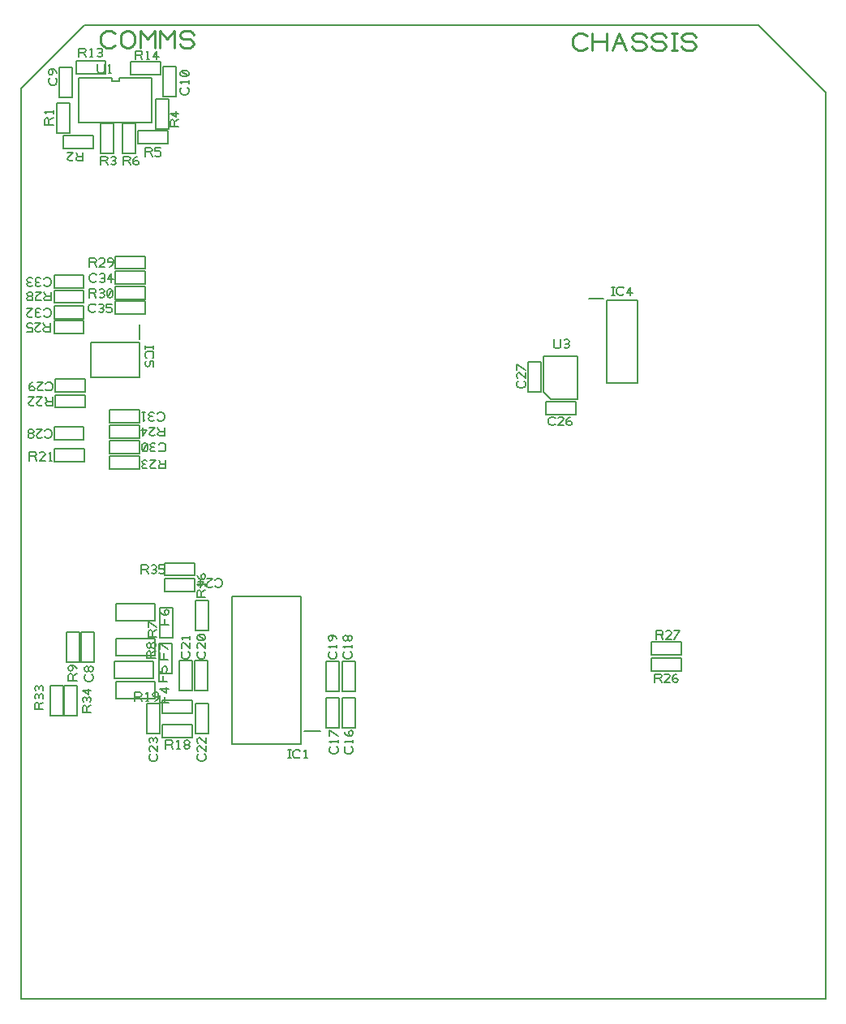
<source format=gbr>
G04 GENERATED BY PULSONIX 12.5 GERBER.DLL 9362*
G04 #@! TF.GenerationSoftware,Pulsonix,Pulsonix,12.5.9360*
G04 #@! TF.CreationDate,2023-08-16T02:30:59+04:00*
G04 #@! TF.Part,Single*
%INCOMPARATOR INTERFACE V2*%
%LNTOP SILKSCREEN*%
%FSLAX35Y35*%
%LPD*%
%MOIN*%
G04 #@! TF.FileFunction,Legend,Top*
G04 #@! TF.FilePolarity,Positive*
G04 #@! TA.AperFunction,Material*
%ADD11C,0.00800*%
%ADD12C,0.00500*%
%ADD13C,0.00787*%
G04 #@! TD.AperFunction*
%ADD14C,0.00500*%
%ADD23C,0.00700*%
G04 #@! TA.AperFunction,Profile*
%ADD163C,0.00600*%
G04 #@! TD.AperFunction*
%ADD164C,0.01000*%
G04 #@! TD.AperFunction*
X0Y0D02*
D02*
D11*
X12404Y1182250D02*
X17704D01*
Y1169950D01*
X12404D01*
Y1182250D01*
X13904Y1283250D02*
Y1288550D01*
X26204D01*
Y1283250D01*
X13904D01*
Y1326850D02*
Y1332150D01*
X26204D01*
Y1326850D01*
X13904D01*
Y1333050D02*
Y1338350D01*
X26204D01*
Y1333050D01*
X13904D01*
X14104Y1274250D02*
Y1279550D01*
X26404D01*
Y1274250D01*
X14104D01*
X16204Y1436250D02*
X21504D01*
Y1423950D01*
X16204D01*
Y1436250D01*
X18204Y1182250D02*
X23504D01*
Y1169950D01*
X18204D01*
Y1182250D01*
X20504Y1409150D02*
X15204D01*
Y1421450D01*
X20504D01*
Y1409150D01*
X24304Y1191850D02*
X19004D01*
Y1204150D01*
X24304D01*
Y1191850D01*
X25204Y1204150D02*
X30504D01*
Y1191850D01*
X25204D01*
Y1204150D01*
X26204Y1344750D02*
Y1339450D01*
X13904D01*
Y1344750D01*
X26204D01*
Y1350950D02*
Y1345650D01*
X13904D01*
Y1350950D01*
X26204D01*
X26604Y1301750D02*
Y1296450D01*
X14304D01*
Y1301750D01*
X26604D01*
Y1308150D02*
Y1302850D01*
X14304D01*
Y1308150D01*
X26604D01*
X30004Y1408350D02*
Y1403050D01*
X17704D01*
Y1408350D01*
X30004D01*
X33204Y1413250D02*
X38504D01*
Y1400950D01*
X33204D01*
Y1413250D01*
X35204Y1438950D02*
Y1433650D01*
X22904D01*
Y1438950D01*
X35204D01*
X36704Y1271250D02*
Y1276550D01*
X49004D01*
Y1271250D01*
X36704D01*
Y1277650D02*
Y1282950D01*
X49004D01*
Y1277650D01*
X36704D01*
X39104Y1347250D02*
Y1352550D01*
X51404D01*
Y1347250D01*
X39104D01*
Y1353450D02*
Y1358750D01*
X51404D01*
Y1353450D01*
X39104D01*
X42004Y1413250D02*
X47304D01*
Y1400950D01*
X42004D01*
Y1413250D01*
X45504Y1433250D02*
Y1438550D01*
X57804D01*
Y1433250D01*
X45504D01*
X48304Y1404850D02*
Y1410150D01*
X60604D01*
Y1404850D01*
X48304D01*
X49004Y1289150D02*
Y1283850D01*
X36704D01*
Y1289150D01*
X49004D01*
Y1295550D02*
Y1290250D01*
X36704D01*
Y1295550D01*
X49004D01*
X51404Y1340150D02*
Y1334850D01*
X39104D01*
Y1340150D01*
X51404D01*
Y1346350D02*
Y1341050D01*
X39104D01*
Y1346350D01*
X51404D01*
X52204Y1174850D02*
X57504D01*
Y1162550D01*
X52204D01*
Y1174850D01*
X58304Y1161050D02*
Y1166350D01*
X70604D01*
Y1161050D01*
X58304D01*
X58504Y1171050D02*
Y1176350D01*
X70804D01*
Y1171050D01*
X58504D01*
X58604Y1436450D02*
X63904D01*
Y1424150D01*
X58604D01*
Y1436450D01*
X59504Y1227450D02*
Y1232750D01*
X71804D01*
Y1227450D01*
X59504D01*
X60904Y1410950D02*
X55604D01*
Y1423250D01*
X60904D01*
Y1410950D01*
X62504Y1187250D02*
X57204D01*
Y1199550D01*
X62504D01*
Y1187250D01*
X62704Y1202050D02*
X57404D01*
Y1214350D01*
X62704D01*
Y1202050D01*
X70704Y1180150D02*
X65404D01*
Y1192450D01*
X70704D01*
Y1180150D01*
X71604Y1226150D02*
Y1220850D01*
X59304D01*
Y1226150D01*
X71604D01*
X72004Y1174850D02*
X77304D01*
Y1162550D01*
X72004D01*
Y1174850D01*
X72204Y1217350D02*
X77504D01*
Y1205050D01*
X72204D01*
Y1217350D01*
X77104Y1180150D02*
X71804D01*
Y1192450D01*
X77104D01*
Y1180150D01*
X130904Y1165050D02*
X125604D01*
Y1177350D01*
X130904D01*
Y1165050D01*
Y1180050D02*
X125604D01*
Y1192350D01*
X130904D01*
Y1180050D01*
X137704Y1165050D02*
X132404D01*
Y1177350D01*
X137704D01*
Y1165050D01*
Y1180050D02*
X132404D01*
Y1192350D01*
X137704D01*
Y1180050D01*
X213904Y1302950D02*
X208604D01*
Y1315250D01*
X213904D01*
Y1302950D01*
X216104Y1293650D02*
Y1298950D01*
X228404D01*
Y1293650D01*
X216104D01*
X259304Y1188250D02*
Y1193550D01*
X271604D01*
Y1188250D01*
X259304D01*
X259504Y1194850D02*
Y1200150D01*
X271804D01*
Y1194850D01*
X259504D01*
D02*
D12*
X38854Y1185400D02*
X54854D01*
Y1192400D01*
X38854D01*
Y1185400D01*
X39254Y1194600D02*
X55254D01*
Y1201600D01*
X39254D01*
Y1194600D01*
X39454Y1176800D02*
X55454D01*
Y1183800D01*
X39454D01*
Y1176800D01*
Y1208800D02*
X55454D01*
Y1215800D01*
X39454D01*
Y1208800D01*
X54039Y1432075D02*
Y1413500D01*
X24117D01*
Y1432075D01*
X37602D01*
Y1430598D01*
X40554D01*
Y1432075D01*
X54039D01*
X215211Y1317663D02*
X228991D01*
Y1300114D01*
X218154D01*
X215211Y1303057D01*
Y1317663D01*
D02*
D13*
X48897Y1323383D02*
Y1308817D01*
X29212D01*
Y1323383D01*
X48897D01*
X48995Y1330569D02*
Y1324761D01*
X115329Y1158377D02*
X87180D01*
Y1219023D01*
X115329D01*
Y1158377D01*
X123400Y1163543D02*
X116707D01*
X233872Y1341357D02*
X239777D01*
X241155Y1340728D02*
X253754D01*
Y1306672D01*
X241155D01*
Y1340728D01*
D02*
D14*
X3854Y1274782D02*
X3854Y1278312D01*
X5913D01*
X6501Y1278018D01*
X6796Y1277429D01*
X6501Y1276841D01*
X5913Y1276547D01*
X3854D01*
X5913D02*
X6796Y1274782D01*
X10257D02*
X7904Y1274782D01*
X9963Y1276841D01*
X10257Y1277429D01*
X9963Y1278018D01*
X9375Y1278312D01*
X8493D01*
X7904Y1278018D01*
X11893Y1274782D02*
X13069Y1274782D01*
X12481D02*
X12481Y1278312D01*
X11893Y1277724D01*
X9522Y1172500D02*
X5993Y1172500D01*
Y1174559D01*
X6287Y1175147D01*
X6875Y1175441D01*
X7463Y1175147D01*
X7757Y1174559D01*
Y1172500D01*
Y1174559D02*
X9522Y1175441D01*
X9228Y1176844D02*
X9522Y1177432D01*
Y1178021D01*
X9228Y1178609D01*
X8640Y1178903D01*
X8051Y1178609D01*
X7757Y1178021D01*
Y1177432D01*
Y1178021D02*
X7463Y1178609D01*
X6875Y1178903D01*
X6287Y1178609D01*
X5993Y1178021D01*
Y1177432D01*
X6287Y1176844D01*
X9228Y1180244D02*
X9522Y1180832D01*
Y1181421D01*
X9228Y1182009D01*
X8640Y1182303D01*
X8051Y1182009D01*
X7757Y1181421D01*
Y1180832D01*
Y1181421D02*
X7463Y1182009D01*
X6875Y1182303D01*
X6287Y1182009D01*
X5993Y1181421D01*
Y1180832D01*
X6287Y1180244D01*
X12454Y1331218D02*
X12454Y1327688D01*
X10396D01*
X9807Y1327982D01*
X9513Y1328571D01*
X9807Y1329159D01*
X10396Y1329453D01*
X12454D01*
X10396D02*
X9513Y1331218D01*
X6051D02*
X8404Y1331218D01*
X6346Y1329159D01*
X6051Y1328571D01*
X6346Y1327982D01*
X6934Y1327688D01*
X7816D01*
X8404Y1327982D01*
X5004Y1330924D02*
X4416Y1331218D01*
X3534D01*
X2946Y1330924D01*
X2651Y1330335D01*
Y1330041D01*
X2946Y1329453D01*
X3534Y1329159D01*
X5004D01*
Y1327688D01*
X2651D01*
X9713Y1336629D02*
X10007Y1336924D01*
X10596Y1337218D01*
X11478D01*
X12066Y1336924D01*
X12360Y1336629D01*
X12654Y1336041D01*
Y1334865D01*
X12360Y1334276D01*
X12066Y1333982D01*
X11478Y1333688D01*
X10596D01*
X10007Y1333982D01*
X9713Y1334276D01*
X8310Y1336924D02*
X7722Y1337218D01*
X7134D01*
X6546Y1336924D01*
X6251Y1336335D01*
X6546Y1335747D01*
X7134Y1335453D01*
X7722D01*
X7134D02*
X6546Y1335159D01*
X6251Y1334571D01*
X6546Y1333982D01*
X7134Y1333688D01*
X7722D01*
X8310Y1333982D01*
X2851Y1337218D02*
X5204Y1337218D01*
X3146Y1335159D01*
X2851Y1334571D01*
X3146Y1333982D01*
X3734Y1333688D01*
X4616D01*
X5204Y1333982D01*
X12654Y1344018D02*
X12654Y1340488D01*
X10596D01*
X10007Y1340782D01*
X9713Y1341371D01*
X10007Y1341959D01*
X10596Y1342253D01*
X12654D01*
X10596D02*
X9713Y1344018D01*
X6251D02*
X8604Y1344018D01*
X6546Y1341959D01*
X6251Y1341371D01*
X6546Y1340782D01*
X7134Y1340488D01*
X8016D01*
X8604Y1340782D01*
X4322Y1342253D02*
X3734Y1342253D01*
X3146Y1341959D01*
X2851Y1341371D01*
X3146Y1340782D01*
X3734Y1340488D01*
X4322D01*
X4910Y1340782D01*
X5204Y1341371D01*
X4910Y1341959D01*
X4322Y1342253D01*
X4910Y1342547D01*
X5204Y1343135D01*
X4910Y1343724D01*
X4322Y1344018D01*
X3734D01*
X3146Y1343724D01*
X2851Y1343135D01*
X3146Y1342547D01*
X3734Y1342253D01*
X9713Y1349229D02*
X10007Y1349524D01*
X10596Y1349818D01*
X11478D01*
X12066Y1349524D01*
X12360Y1349229D01*
X12654Y1348641D01*
Y1347465D01*
X12360Y1346876D01*
X12066Y1346582D01*
X11478Y1346288D01*
X10596D01*
X10007Y1346582D01*
X9713Y1346876D01*
X8310Y1349524D02*
X7722Y1349818D01*
X7134D01*
X6546Y1349524D01*
X6251Y1348935D01*
X6546Y1348347D01*
X7134Y1348053D01*
X7722D01*
X7134D02*
X6546Y1347759D01*
X6251Y1347171D01*
X6546Y1346582D01*
X7134Y1346288D01*
X7722D01*
X8310Y1346582D01*
X4910Y1349524D02*
X4322Y1349818D01*
X3734D01*
X3146Y1349524D01*
X2851Y1348935D01*
X3146Y1348347D01*
X3734Y1348053D01*
X4322D01*
X3734D02*
X3146Y1347759D01*
X2851Y1347171D01*
X3146Y1346582D01*
X3734Y1346288D01*
X4322D01*
X4910Y1346582D01*
X10113Y1287029D02*
X10407Y1287324D01*
X10996Y1287618D01*
X11878D01*
X12466Y1287324D01*
X12760Y1287029D01*
X13054Y1286441D01*
Y1285265D01*
X12760Y1284676D01*
X12466Y1284382D01*
X11878Y1284088D01*
X10996D01*
X10407Y1284382D01*
X10113Y1284676D01*
X6651Y1287618D02*
X9004Y1287618D01*
X6946Y1285559D01*
X6651Y1284971D01*
X6946Y1284382D01*
X7534Y1284088D01*
X8416D01*
X9004Y1284382D01*
X4722Y1285853D02*
X4134Y1285853D01*
X3546Y1285559D01*
X3251Y1284971D01*
X3546Y1284382D01*
X4134Y1284088D01*
X4722D01*
X5310Y1284382D01*
X5604Y1284971D01*
X5310Y1285559D01*
X4722Y1285853D01*
X5310Y1286147D01*
X5604Y1286735D01*
X5310Y1287324D01*
X4722Y1287618D01*
X4134D01*
X3546Y1287324D01*
X3251Y1286735D01*
X3546Y1286147D01*
X4134Y1285853D01*
X13254Y1300818D02*
X13254Y1297288D01*
X11196D01*
X10607Y1297582D01*
X10313Y1298171D01*
X10607Y1298759D01*
X11196Y1299053D01*
X13254D01*
X11196D02*
X10313Y1300818D01*
X6851D02*
X9204Y1300818D01*
X7146Y1298759D01*
X6851Y1298171D01*
X7146Y1297582D01*
X7734Y1297288D01*
X8616D01*
X9204Y1297582D01*
X3451Y1300818D02*
X5804Y1300818D01*
X3746Y1298759D01*
X3451Y1298171D01*
X3746Y1297582D01*
X4334Y1297288D01*
X5216D01*
X5804Y1297582D01*
X10513Y1306429D02*
X10807Y1306724D01*
X11396Y1307018D01*
X12278D01*
X12866Y1306724D01*
X13160Y1306429D01*
X13454Y1305841D01*
Y1304665D01*
X13160Y1304076D01*
X12866Y1303782D01*
X12278Y1303488D01*
X11396D01*
X10807Y1303782D01*
X10513Y1304076D01*
X7051Y1307018D02*
X9404Y1307018D01*
X7346Y1304959D01*
X7051Y1304371D01*
X7346Y1303782D01*
X7934Y1303488D01*
X8816D01*
X9404Y1303782D01*
X5122Y1307018D02*
X4534Y1306724D01*
X3946Y1306135D01*
X3651Y1305253D01*
Y1304371D01*
X3946Y1303782D01*
X4534Y1303488D01*
X5122D01*
X5710Y1303782D01*
X6004Y1304371D01*
X5710Y1304959D01*
X5122Y1305253D01*
X4534D01*
X3946Y1304959D01*
X3651Y1304371D01*
X13572Y1412700D02*
X10043Y1412700D01*
Y1414759D01*
X10337Y1415347D01*
X10925Y1415641D01*
X11513Y1415347D01*
X11807Y1414759D01*
Y1412700D01*
Y1414759D02*
X13572Y1415641D01*
Y1417338D02*
X13572Y1418515D01*
Y1417926D02*
X10043Y1417926D01*
X10631Y1417338D01*
X14584Y1432041D02*
X14878Y1431747D01*
X15172Y1431159D01*
Y1430276D01*
X14878Y1429688D01*
X14584Y1429394D01*
X13996Y1429100D01*
X12819D01*
X12231Y1429394D01*
X11937Y1429688D01*
X11643Y1430276D01*
Y1431159D01*
X11937Y1431747D01*
X12231Y1432041D01*
X15172Y1434032D02*
X14878Y1434621D01*
X14290Y1435209D01*
X13407Y1435503D01*
X12525D01*
X11937Y1435209D01*
X11643Y1434621D01*
Y1434032D01*
X11937Y1433444D01*
X12525Y1433150D01*
X13113Y1433444D01*
X13407Y1434032D01*
Y1434621D01*
X13113Y1435209D01*
X12525Y1435503D01*
X24054Y1440582D02*
X24054Y1444112D01*
X26113D01*
X26701Y1443818D01*
X26996Y1443229D01*
X26701Y1442641D01*
X26113Y1442347D01*
X24054D01*
X26113D02*
X26996Y1440582D01*
X28693D02*
X29869Y1440582D01*
X29281D02*
X29281Y1444112D01*
X28693Y1443524D01*
X31798Y1440876D02*
X32387Y1440582D01*
X32975D01*
X33563Y1440876D01*
X33857Y1441465D01*
X33563Y1442053D01*
X32975Y1442347D01*
X32387D01*
X32975D02*
X33563Y1442641D01*
X33857Y1443229D01*
X33563Y1443818D01*
X32975Y1444112D01*
X32387D01*
X31798Y1443818D01*
X23372Y1184200D02*
X19843Y1184200D01*
Y1186259D01*
X20137Y1186847D01*
X20725Y1187141D01*
X21313Y1186847D01*
X21607Y1186259D01*
Y1184200D01*
Y1186259D02*
X23372Y1187141D01*
Y1189132D02*
X23078Y1189721D01*
X22490Y1190309D01*
X21607Y1190603D01*
X20725D01*
X20137Y1190309D01*
X19843Y1189721D01*
Y1189132D01*
X20137Y1188544D01*
X20725Y1188250D01*
X21313Y1188544D01*
X21607Y1189132D01*
Y1189721D01*
X21313Y1190309D01*
X20725Y1190603D01*
X25854Y1401418D02*
X25854Y1397888D01*
X23796D01*
X23207Y1398182D01*
X22913Y1398771D01*
X23207Y1399359D01*
X23796Y1399653D01*
X25854D01*
X23796D02*
X22913Y1401418D01*
X19451D02*
X21804Y1401418D01*
X19746Y1399359D01*
X19451Y1398771D01*
X19746Y1398182D01*
X20334Y1397888D01*
X21216D01*
X21804Y1398182D01*
X30996Y1336171D02*
X30701Y1335876D01*
X30113Y1335582D01*
X29231D01*
X28643Y1335876D01*
X28348Y1336171D01*
X28054Y1336759D01*
Y1337935D01*
X28348Y1338524D01*
X28643Y1338818D01*
X29231Y1339112D01*
X30113D01*
X30701Y1338818D01*
X30996Y1338524D01*
X32398Y1335876D02*
X32987Y1335582D01*
X33575D01*
X34163Y1335876D01*
X34457Y1336465D01*
X34163Y1337053D01*
X33575Y1337347D01*
X32987D01*
X33575D02*
X34163Y1337641D01*
X34457Y1338229D01*
X34163Y1338818D01*
X33575Y1339112D01*
X32987D01*
X32398Y1338818D01*
X35504Y1335876D02*
X36093Y1335582D01*
X36975D01*
X37563Y1335876D01*
X37857Y1336465D01*
Y1336759D01*
X37563Y1337347D01*
X36975Y1337641D01*
X35504D01*
Y1339112D01*
X37857D01*
X28254Y1341782D02*
X28254Y1345312D01*
X30313D01*
X30901Y1345018D01*
X31196Y1344429D01*
X30901Y1343841D01*
X30313Y1343547D01*
X28254D01*
X30313D02*
X31196Y1341782D01*
X32598Y1342076D02*
X33187Y1341782D01*
X33775D01*
X34363Y1342076D01*
X34657Y1342665D01*
X34363Y1343253D01*
X33775Y1343547D01*
X33187D01*
X33775D02*
X34363Y1343841D01*
X34657Y1344429D01*
X34363Y1345018D01*
X33775Y1345312D01*
X33187D01*
X32598Y1345018D01*
X35998Y1342076D02*
X36587Y1341782D01*
X37175D01*
X37763Y1342076D01*
X38057Y1342665D01*
Y1344429D01*
X37763Y1345018D01*
X37175Y1345312D01*
X36587D01*
X35998Y1345018D01*
X35704Y1344429D01*
Y1342665D01*
X35998Y1342076D01*
X37763Y1345018D01*
X31396Y1348571D02*
X31101Y1348276D01*
X30513Y1347982D01*
X29631D01*
X29043Y1348276D01*
X28748Y1348571D01*
X28454Y1349159D01*
Y1350335D01*
X28748Y1350924D01*
X29043Y1351218D01*
X29631Y1351512D01*
X30513D01*
X31101Y1351218D01*
X31396Y1350924D01*
X32798Y1348276D02*
X33387Y1347982D01*
X33975D01*
X34563Y1348276D01*
X34857Y1348865D01*
X34563Y1349453D01*
X33975Y1349747D01*
X33387D01*
X33975D02*
X34563Y1350041D01*
X34857Y1350629D01*
X34563Y1351218D01*
X33975Y1351512D01*
X33387D01*
X32798Y1351218D01*
X37375Y1347982D02*
X37375Y1351512D01*
X35904Y1349159D01*
X38257D01*
X28454Y1354382D02*
X28454Y1357912D01*
X30513D01*
X31101Y1357618D01*
X31396Y1357029D01*
X31101Y1356441D01*
X30513Y1356147D01*
X28454D01*
X30513D02*
X31396Y1354382D01*
X34857D02*
X32504Y1354382D01*
X34563Y1356441D01*
X34857Y1357029D01*
X34563Y1357618D01*
X33975Y1357912D01*
X33093D01*
X32504Y1357618D01*
X36787Y1354382D02*
X37375Y1354676D01*
X37963Y1355265D01*
X38257Y1356147D01*
Y1357029D01*
X37963Y1357618D01*
X37375Y1357912D01*
X36787D01*
X36198Y1357618D01*
X35904Y1357029D01*
X36198Y1356441D01*
X36787Y1356147D01*
X37375D01*
X37963Y1356441D01*
X38257Y1357029D01*
X29172Y1171300D02*
X25643Y1171300D01*
Y1173359D01*
X25937Y1173947D01*
X26525Y1174241D01*
X27113Y1173947D01*
X27407Y1173359D01*
Y1171300D01*
Y1173359D02*
X29172Y1174241D01*
X28878Y1175644D02*
X29172Y1176232D01*
Y1176821D01*
X28878Y1177409D01*
X28290Y1177703D01*
X27701Y1177409D01*
X27407Y1176821D01*
Y1176232D01*
Y1176821D02*
X27113Y1177409D01*
X26525Y1177703D01*
X25937Y1177409D01*
X25643Y1176821D01*
Y1176232D01*
X25937Y1175644D01*
X29172Y1180221D02*
X25643Y1180221D01*
X27996Y1178750D01*
Y1181103D01*
X29384Y1186941D02*
X29678Y1186647D01*
X29972Y1186059D01*
Y1185176D01*
X29678Y1184588D01*
X29384Y1184294D01*
X28796Y1184000D01*
X27619D01*
X27031Y1184294D01*
X26737Y1184588D01*
X26443Y1185176D01*
Y1186059D01*
X26737Y1186647D01*
X27031Y1186941D01*
X28207Y1188932D02*
X28207Y1189521D01*
X27913Y1190109D01*
X27325Y1190403D01*
X26737Y1190109D01*
X26443Y1189521D01*
Y1188932D01*
X26737Y1188344D01*
X27325Y1188050D01*
X27913Y1188344D01*
X28207Y1188932D01*
X28501Y1188344D01*
X29090Y1188050D01*
X29678Y1188344D01*
X29972Y1188932D01*
Y1189521D01*
X29678Y1190109D01*
X29090Y1190403D01*
X28501Y1190109D01*
X28207Y1189521D01*
X33054Y1396182D02*
X33054Y1399712D01*
X35113D01*
X35701Y1399418D01*
X35996Y1398829D01*
X35701Y1398241D01*
X35113Y1397947D01*
X33054D01*
X35113D02*
X35996Y1396182D01*
X37398Y1396476D02*
X37987Y1396182D01*
X38575D01*
X39163Y1396476D01*
X39457Y1397065D01*
X39163Y1397653D01*
X38575Y1397947D01*
X37987D01*
X38575D02*
X39163Y1398241D01*
X39457Y1398829D01*
X39163Y1399418D01*
X38575Y1399712D01*
X37987D01*
X37398Y1399418D01*
X42454Y1396182D02*
X42454Y1399712D01*
X44513D01*
X45101Y1399418D01*
X45396Y1398829D01*
X45101Y1398241D01*
X44513Y1397947D01*
X42454D01*
X44513D02*
X45396Y1396182D01*
X46504Y1397065D02*
X46798Y1397653D01*
X47387Y1397947D01*
X47975D01*
X48563Y1397653D01*
X48857Y1397065D01*
X48563Y1396476D01*
X47975Y1396182D01*
X47387D01*
X46798Y1396476D01*
X46504Y1397065D01*
Y1397947D01*
X46798Y1398829D01*
X47387Y1399418D01*
X47975Y1399712D01*
X47054Y1175982D02*
X47054Y1179512D01*
X49113D01*
X49701Y1179218D01*
X49996Y1178629D01*
X49701Y1178041D01*
X49113Y1177747D01*
X47054D01*
X49113D02*
X49996Y1175982D01*
X51693D02*
X52869Y1175982D01*
X52281D02*
X52281Y1179512D01*
X51693Y1178924D01*
X55387Y1175982D02*
X55975Y1176276D01*
X56563Y1176865D01*
X56857Y1177747D01*
Y1178629D01*
X56563Y1179218D01*
X55975Y1179512D01*
X55387D01*
X54798Y1179218D01*
X54504Y1178629D01*
X54798Y1178041D01*
X55387Y1177747D01*
X55975D01*
X56563Y1178041D01*
X56857Y1178629D01*
X47254Y1439582D02*
X47254Y1443112D01*
X49313D01*
X49901Y1442818D01*
X50196Y1442229D01*
X49901Y1441641D01*
X49313Y1441347D01*
X47254D01*
X49313D02*
X50196Y1439582D01*
X51893D02*
X53069Y1439582D01*
X52481D02*
X52481Y1443112D01*
X51893Y1442524D01*
X56175Y1439582D02*
X56175Y1443112D01*
X54704Y1440759D01*
X57057D01*
X49654Y1228282D02*
X49654Y1231812D01*
X51713D01*
X52301Y1231518D01*
X52596Y1230929D01*
X52301Y1230341D01*
X51713Y1230047D01*
X49654D01*
X51713D02*
X52596Y1228282D01*
X53998Y1228576D02*
X54587Y1228282D01*
X55175D01*
X55763Y1228576D01*
X56057Y1229165D01*
X55763Y1229753D01*
X55175Y1230047D01*
X54587D01*
X55175D02*
X55763Y1230341D01*
X56057Y1230929D01*
X55763Y1231518D01*
X55175Y1231812D01*
X54587D01*
X53998Y1231518D01*
X57104Y1228576D02*
X57693Y1228282D01*
X58575D01*
X59163Y1228576D01*
X59457Y1229165D01*
Y1229459D01*
X59163Y1230047D01*
X58575Y1230341D01*
X57104D01*
Y1231812D01*
X59457D01*
X51337Y1321900D02*
X51337Y1320724D01*
Y1321312D02*
X54866Y1321312D01*
Y1321900D02*
X54866Y1320724D01*
X51925Y1316809D02*
X51631Y1317103D01*
X51337Y1317691D01*
Y1318574D01*
X51631Y1319162D01*
X51925Y1319456D01*
X52513Y1319750D01*
X53690D01*
X54278Y1319456D01*
X54572Y1319162D01*
X54866Y1318574D01*
Y1317691D01*
X54572Y1317103D01*
X54278Y1316809D01*
X51631Y1315700D02*
X51337Y1315112D01*
Y1314229D01*
X51631Y1313641D01*
X52219Y1313347D01*
X52513D01*
X53101Y1313641D01*
X53396Y1314229D01*
Y1315700D01*
X54866D01*
Y1313347D01*
X51454Y1399782D02*
X51454Y1403312D01*
X53513D01*
X54101Y1403018D01*
X54396Y1402429D01*
X54101Y1401841D01*
X53513Y1401547D01*
X51454D01*
X53513D02*
X54396Y1399782D01*
X55504Y1400076D02*
X56093Y1399782D01*
X56975D01*
X57563Y1400076D01*
X57857Y1400665D01*
Y1400959D01*
X57563Y1401547D01*
X56975Y1401841D01*
X55504D01*
Y1403312D01*
X57857D01*
X55572Y1193600D02*
X52043Y1193600D01*
Y1195659D01*
X52337Y1196247D01*
X52925Y1196541D01*
X53513Y1196247D01*
X53807Y1195659D01*
Y1193600D01*
Y1195659D02*
X55572Y1196541D01*
X53807Y1198532D02*
X53807Y1199121D01*
X53513Y1199709D01*
X52925Y1200003D01*
X52337Y1199709D01*
X52043Y1199121D01*
Y1198532D01*
X52337Y1197944D01*
X52925Y1197650D01*
X53513Y1197944D01*
X53807Y1198532D01*
X54101Y1197944D01*
X54690Y1197650D01*
X55278Y1197944D01*
X55572Y1198532D01*
Y1199121D01*
X55278Y1199709D01*
X54690Y1200003D01*
X54101Y1199709D01*
X53807Y1199121D01*
X56172Y1202200D02*
X52643Y1202200D01*
Y1204259D01*
X52937Y1204847D01*
X53525Y1205141D01*
X54113Y1204847D01*
X54407Y1204259D01*
Y1202200D01*
Y1204259D02*
X56172Y1205141D01*
Y1206250D02*
X52643Y1208603D01*
Y1206250D01*
X55884Y1154141D02*
X56178Y1153847D01*
X56472Y1153259D01*
Y1152376D01*
X56178Y1151788D01*
X55884Y1151494D01*
X55296Y1151200D01*
X54119D01*
X53531Y1151494D01*
X53237Y1151788D01*
X52943Y1152376D01*
Y1153259D01*
X53237Y1153847D01*
X53531Y1154141D01*
X56472Y1157603D02*
X56472Y1155250D01*
X54413Y1157309D01*
X53825Y1157603D01*
X53237Y1157309D01*
X52943Y1156721D01*
Y1155838D01*
X53237Y1155250D01*
X56178Y1158944D02*
X56472Y1159532D01*
Y1160121D01*
X56178Y1160709D01*
X55590Y1161003D01*
X55001Y1160709D01*
X54707Y1160121D01*
Y1159532D01*
Y1160121D02*
X54413Y1160709D01*
X53825Y1161003D01*
X53237Y1160709D01*
X52943Y1160121D01*
Y1159532D01*
X53237Y1158944D01*
X56313Y1294029D02*
X56607Y1294324D01*
X57196Y1294618D01*
X58078D01*
X58666Y1294324D01*
X58960Y1294029D01*
X59254Y1293441D01*
Y1292265D01*
X58960Y1291676D01*
X58666Y1291382D01*
X58078Y1291088D01*
X57196D01*
X56607Y1291382D01*
X56313Y1291676D01*
X54910Y1294324D02*
X54322Y1294618D01*
X53734D01*
X53146Y1294324D01*
X52851Y1293735D01*
X53146Y1293147D01*
X53734Y1292853D01*
X54322D01*
X53734D02*
X53146Y1292559D01*
X52851Y1291971D01*
X53146Y1291382D01*
X53734Y1291088D01*
X54322D01*
X54910Y1291382D01*
X51216Y1294618D02*
X50040Y1294618D01*
X50628D02*
X50628Y1291088D01*
X51216Y1291676D01*
X59454Y1288418D02*
X59454Y1284888D01*
X57396D01*
X56807Y1285182D01*
X56513Y1285771D01*
X56807Y1286359D01*
X57396Y1286653D01*
X59454D01*
X57396D02*
X56513Y1288418D01*
X53051D02*
X55404Y1288418D01*
X53346Y1286359D01*
X53051Y1285771D01*
X53346Y1285182D01*
X53934Y1284888D01*
X54816D01*
X55404Y1285182D01*
X50534Y1288418D02*
X50534Y1284888D01*
X52004Y1287241D01*
X49651D01*
X59854Y1156282D02*
X59854Y1159812D01*
X61913D01*
X62501Y1159518D01*
X62796Y1158929D01*
X62501Y1158341D01*
X61913Y1158047D01*
X59854D01*
X61913D02*
X62796Y1156282D01*
X64493D02*
X65669Y1156282D01*
X65081D02*
X65081Y1159812D01*
X64493Y1159224D01*
X68187Y1158047D02*
X68775Y1158047D01*
X69363Y1158341D01*
X69657Y1158929D01*
X69363Y1159518D01*
X68775Y1159812D01*
X68187D01*
X67598Y1159518D01*
X67304Y1158929D01*
X67598Y1158341D01*
X68187Y1158047D01*
X67598Y1157753D01*
X67304Y1157165D01*
X67598Y1156576D01*
X68187Y1156282D01*
X68775D01*
X69363Y1156576D01*
X69657Y1157165D01*
X69363Y1157753D01*
X68775Y1158047D01*
X59854Y1275018D02*
X59854Y1271488D01*
X57796D01*
X57207Y1271782D01*
X56913Y1272371D01*
X57207Y1272959D01*
X57796Y1273253D01*
X59854D01*
X57796D02*
X56913Y1275018D01*
X53451D02*
X55804Y1275018D01*
X53746Y1272959D01*
X53451Y1272371D01*
X53746Y1271782D01*
X54334Y1271488D01*
X55216D01*
X55804Y1271782D01*
X52110Y1274724D02*
X51522Y1275018D01*
X50934D01*
X50346Y1274724D01*
X50051Y1274135D01*
X50346Y1273547D01*
X50934Y1273253D01*
X51522D01*
X50934D02*
X50346Y1272959D01*
X50051Y1272371D01*
X50346Y1271782D01*
X50934Y1271488D01*
X51522D01*
X52110Y1271782D01*
X56913Y1281429D02*
X57207Y1281724D01*
X57796Y1282018D01*
X58678D01*
X59266Y1281724D01*
X59560Y1281429D01*
X59854Y1280841D01*
Y1279665D01*
X59560Y1279076D01*
X59266Y1278782D01*
X58678Y1278488D01*
X57796D01*
X57207Y1278782D01*
X56913Y1279076D01*
X55510Y1281724D02*
X54922Y1282018D01*
X54334D01*
X53746Y1281724D01*
X53451Y1281135D01*
X53746Y1280547D01*
X54334Y1280253D01*
X54922D01*
X54334D02*
X53746Y1279959D01*
X53451Y1279371D01*
X53746Y1278782D01*
X54334Y1278488D01*
X54922D01*
X55510Y1278782D01*
X52110Y1281724D02*
X51522Y1282018D01*
X50934D01*
X50346Y1281724D01*
X50051Y1281135D01*
Y1279371D01*
X50346Y1278782D01*
X50934Y1278488D01*
X51522D01*
X52110Y1278782D01*
X52404Y1279371D01*
Y1281135D01*
X52110Y1281724D01*
X50346Y1278782D01*
X60472Y1183900D02*
X56943Y1183900D01*
Y1186841D01*
X58707Y1186253D02*
X58707Y1183900D01*
X60178Y1187950D02*
X60472Y1188538D01*
Y1189421D01*
X60178Y1190009D01*
X59590Y1190303D01*
X59296D01*
X58707Y1190009D01*
X58413Y1189421D01*
Y1187950D01*
X56943D01*
Y1190303D01*
X60872Y1193100D02*
X57343Y1193100D01*
Y1196041D01*
X59107Y1195453D02*
X59107Y1193100D01*
X60872Y1197150D02*
X57343Y1199503D01*
Y1197150D01*
X61072Y1175300D02*
X57543Y1175300D01*
Y1178241D01*
X59307Y1177653D02*
X59307Y1175300D01*
X61072Y1180821D02*
X57543Y1180821D01*
X59896Y1179350D01*
Y1181703D01*
X61072Y1207300D02*
X57543Y1207300D01*
Y1210241D01*
X59307Y1209653D02*
X59307Y1207300D01*
X60190Y1211350D02*
X59601Y1211644D01*
X59307Y1212232D01*
Y1212821D01*
X59601Y1213409D01*
X60190Y1213703D01*
X60778Y1213409D01*
X61072Y1212821D01*
Y1212232D01*
X60778Y1211644D01*
X60190Y1211350D01*
X59307D01*
X58425Y1211644D01*
X57837Y1212232D01*
X57543Y1212821D01*
X65172Y1411900D02*
X61643Y1411900D01*
Y1413959D01*
X61937Y1414547D01*
X62525Y1414841D01*
X63113Y1414547D01*
X63407Y1413959D01*
Y1411900D01*
Y1413959D02*
X65172Y1414841D01*
Y1417421D02*
X61643Y1417421D01*
X63996Y1415950D01*
Y1418303D01*
X68784Y1428041D02*
X69078Y1427747D01*
X69372Y1427159D01*
Y1426276D01*
X69078Y1425688D01*
X68784Y1425394D01*
X68196Y1425100D01*
X67019D01*
X66431Y1425394D01*
X66137Y1425688D01*
X65843Y1426276D01*
Y1427159D01*
X66137Y1427747D01*
X66431Y1428041D01*
X69372Y1429738D02*
X69372Y1430915D01*
Y1430326D02*
X65843Y1430326D01*
X66431Y1429738D01*
X69078Y1432844D02*
X69372Y1433432D01*
Y1434021D01*
X69078Y1434609D01*
X68490Y1434903D01*
X66725D01*
X66137Y1434609D01*
X65843Y1434021D01*
Y1433432D01*
X66137Y1432844D01*
X66725Y1432550D01*
X68490D01*
X69078Y1432844D01*
X66137Y1434609D01*
X69184Y1196341D02*
X69478Y1196047D01*
X69772Y1195459D01*
Y1194576D01*
X69478Y1193988D01*
X69184Y1193694D01*
X68596Y1193400D01*
X67419D01*
X66831Y1193694D01*
X66537Y1193988D01*
X66243Y1194576D01*
Y1195459D01*
X66537Y1196047D01*
X66831Y1196341D01*
X69772Y1199803D02*
X69772Y1197450D01*
X67713Y1199509D01*
X67125Y1199803D01*
X66537Y1199509D01*
X66243Y1198921D01*
Y1198038D01*
X66537Y1197450D01*
X69772Y1201438D02*
X69772Y1202615D01*
Y1202026D02*
X66243Y1202026D01*
X66831Y1201438D01*
X75584Y1196341D02*
X75878Y1196047D01*
X76172Y1195459D01*
Y1194576D01*
X75878Y1193988D01*
X75584Y1193694D01*
X74996Y1193400D01*
X73819D01*
X73231Y1193694D01*
X72937Y1193988D01*
X72643Y1194576D01*
Y1195459D01*
X72937Y1196047D01*
X73231Y1196341D01*
X76172Y1199803D02*
X76172Y1197450D01*
X74113Y1199509D01*
X73525Y1199803D01*
X72937Y1199509D01*
X72643Y1198921D01*
Y1198038D01*
X72937Y1197450D01*
X75878Y1201144D02*
X76172Y1201732D01*
Y1202321D01*
X75878Y1202909D01*
X75290Y1203203D01*
X73525D01*
X72937Y1202909D01*
X72643Y1202321D01*
Y1201732D01*
X72937Y1201144D01*
X73525Y1200850D01*
X75290D01*
X75878Y1201144D01*
X72937Y1202909D01*
X76172Y1218600D02*
X72643Y1218600D01*
Y1220659D01*
X72937Y1221247D01*
X73525Y1221541D01*
X74113Y1221247D01*
X74407Y1220659D01*
Y1218600D01*
Y1220659D02*
X76172Y1221541D01*
Y1223238D02*
X76172Y1224415D01*
Y1223826D02*
X72643Y1223826D01*
X73231Y1223238D01*
X75290Y1226050D02*
X74701Y1226344D01*
X74407Y1226932D01*
Y1227521D01*
X74701Y1228109D01*
X75290Y1228403D01*
X75878Y1228109D01*
X76172Y1227521D01*
Y1226932D01*
X75878Y1226344D01*
X75290Y1226050D01*
X74407D01*
X73525Y1226344D01*
X72937Y1226932D01*
X72643Y1227521D01*
X75684Y1154141D02*
X75978Y1153847D01*
X76272Y1153259D01*
Y1152376D01*
X75978Y1151788D01*
X75684Y1151494D01*
X75096Y1151200D01*
X73919D01*
X73331Y1151494D01*
X73037Y1151788D01*
X72743Y1152376D01*
Y1153259D01*
X73037Y1153847D01*
X73331Y1154141D01*
X76272Y1157603D02*
X76272Y1155250D01*
X74213Y1157309D01*
X73625Y1157603D01*
X73037Y1157309D01*
X72743Y1156721D01*
Y1155838D01*
X73037Y1155250D01*
X76272Y1161003D02*
X76272Y1158650D01*
X74213Y1160709D01*
X73625Y1161003D01*
X73037Y1160709D01*
X72743Y1160121D01*
Y1159238D01*
X73037Y1158650D01*
X80013Y1225679D02*
X80307Y1225974D01*
X80896Y1226268D01*
X81778D01*
X82366Y1225974D01*
X82660Y1225679D01*
X82954Y1225091D01*
Y1223915D01*
X82660Y1223326D01*
X82366Y1223032D01*
X81778Y1222738D01*
X80896D01*
X80307Y1223032D01*
X80013Y1223326D01*
X76551Y1226268D02*
X78904Y1226268D01*
X76846Y1224209D01*
X76551Y1223621D01*
X76846Y1223032D01*
X77434Y1222738D01*
X78316D01*
X78904Y1223032D01*
X74034Y1226268D02*
X74034Y1222738D01*
X75504Y1225091D01*
X73151D01*
X110054Y1152482D02*
X111231Y1152482D01*
X110643D02*
X110643Y1156012D01*
X110054D02*
X111231Y1156012D01*
X115146Y1153071D02*
X114851Y1152776D01*
X114263Y1152482D01*
X113381D01*
X112793Y1152776D01*
X112498Y1153071D01*
X112204Y1153659D01*
Y1154835D01*
X112498Y1155424D01*
X112793Y1155718D01*
X113381Y1156012D01*
X114263D01*
X114851Y1155718D01*
X115146Y1155424D01*
X116843Y1152482D02*
X118019Y1152482D01*
X117431D02*
X117431Y1156012D01*
X116843Y1155424D01*
X129584Y1196141D02*
X129878Y1195847D01*
X130172Y1195259D01*
Y1194376D01*
X129878Y1193788D01*
X129584Y1193494D01*
X128996Y1193200D01*
X127819D01*
X127231Y1193494D01*
X126937Y1193788D01*
X126643Y1194376D01*
Y1195259D01*
X126937Y1195847D01*
X127231Y1196141D01*
X130172Y1197838D02*
X130172Y1199015D01*
Y1198426D02*
X126643Y1198426D01*
X127231Y1197838D01*
X130172Y1201532D02*
X129878Y1202121D01*
X129290Y1202709D01*
X128407Y1203003D01*
X127525D01*
X126937Y1202709D01*
X126643Y1202121D01*
Y1201532D01*
X126937Y1200944D01*
X127525Y1200650D01*
X128113Y1200944D01*
X128407Y1201532D01*
Y1202121D01*
X128113Y1202709D01*
X127525Y1203003D01*
X129984Y1157141D02*
X130278Y1156847D01*
X130572Y1156259D01*
Y1155376D01*
X130278Y1154788D01*
X129984Y1154494D01*
X129396Y1154200D01*
X128219D01*
X127631Y1154494D01*
X127337Y1154788D01*
X127043Y1155376D01*
Y1156259D01*
X127337Y1156847D01*
X127631Y1157141D01*
X130572Y1158838D02*
X130572Y1160015D01*
Y1159426D02*
X127043Y1159426D01*
X127631Y1158838D01*
X130572Y1161650D02*
X127043Y1164003D01*
Y1161650D01*
X135784Y1196141D02*
X136078Y1195847D01*
X136372Y1195259D01*
Y1194376D01*
X136078Y1193788D01*
X135784Y1193494D01*
X135196Y1193200D01*
X134019D01*
X133431Y1193494D01*
X133137Y1193788D01*
X132843Y1194376D01*
Y1195259D01*
X133137Y1195847D01*
X133431Y1196141D01*
X136372Y1197838D02*
X136372Y1199015D01*
Y1198426D02*
X132843Y1198426D01*
X133431Y1197838D01*
X134607Y1201532D02*
X134607Y1202121D01*
X134313Y1202709D01*
X133725Y1203003D01*
X133137Y1202709D01*
X132843Y1202121D01*
Y1201532D01*
X133137Y1200944D01*
X133725Y1200650D01*
X134313Y1200944D01*
X134607Y1201532D01*
X134901Y1200944D01*
X135490Y1200650D01*
X136078Y1200944D01*
X136372Y1201532D01*
Y1202121D01*
X136078Y1202709D01*
X135490Y1203003D01*
X134901Y1202709D01*
X134607Y1202121D01*
X136184Y1157141D02*
X136478Y1156847D01*
X136772Y1156259D01*
Y1155376D01*
X136478Y1154788D01*
X136184Y1154494D01*
X135596Y1154200D01*
X134419D01*
X133831Y1154494D01*
X133537Y1154788D01*
X133243Y1155376D01*
Y1156259D01*
X133537Y1156847D01*
X133831Y1157141D01*
X136772Y1158838D02*
X136772Y1160015D01*
Y1159426D02*
X133243Y1159426D01*
X133831Y1158838D01*
X135890Y1161650D02*
X135301Y1161944D01*
X135007Y1162532D01*
Y1163121D01*
X135301Y1163709D01*
X135890Y1164003D01*
X136478Y1163709D01*
X136772Y1163121D01*
Y1162532D01*
X136478Y1161944D01*
X135890Y1161650D01*
X135007D01*
X134125Y1161944D01*
X133537Y1162532D01*
X133243Y1163121D01*
X206984Y1307441D02*
X207278Y1307147D01*
X207572Y1306559D01*
Y1305676D01*
X207278Y1305088D01*
X206984Y1304794D01*
X206396Y1304500D01*
X205219D01*
X204631Y1304794D01*
X204337Y1305088D01*
X204043Y1305676D01*
Y1306559D01*
X204337Y1307147D01*
X204631Y1307441D01*
X207572Y1310903D02*
X207572Y1308550D01*
X205513Y1310609D01*
X204925Y1310903D01*
X204337Y1310609D01*
X204043Y1310021D01*
Y1309138D01*
X204337Y1308550D01*
X207572Y1311950D02*
X204043Y1314303D01*
Y1311950D01*
X219996Y1289771D02*
X219701Y1289476D01*
X219113Y1289182D01*
X218231D01*
X217643Y1289476D01*
X217348Y1289771D01*
X217054Y1290359D01*
Y1291535D01*
X217348Y1292124D01*
X217643Y1292418D01*
X218231Y1292712D01*
X219113D01*
X219701Y1292418D01*
X219996Y1292124D01*
X223457Y1289182D02*
X221104Y1289182D01*
X223163Y1291241D01*
X223457Y1291829D01*
X223163Y1292418D01*
X222575Y1292712D01*
X221693D01*
X221104Y1292418D01*
X224504Y1290065D02*
X224798Y1290653D01*
X225387Y1290947D01*
X225975D01*
X226563Y1290653D01*
X226857Y1290065D01*
X226563Y1289476D01*
X225975Y1289182D01*
X225387D01*
X224798Y1289476D01*
X224504Y1290065D01*
Y1290947D01*
X224798Y1291829D01*
X225387Y1292418D01*
X225975Y1292712D01*
X219254Y1324512D02*
X219254Y1321865D01*
X219548Y1321276D01*
X220137Y1320982D01*
X221313D01*
X221901Y1321276D01*
X222196Y1321865D01*
Y1324512D01*
X223598Y1321276D02*
X224187Y1320982D01*
X224775D01*
X225363Y1321276D01*
X225657Y1321865D01*
X225363Y1322453D01*
X224775Y1322747D01*
X224187D01*
X224775D02*
X225363Y1323041D01*
X225657Y1323629D01*
X225363Y1324218D01*
X224775Y1324512D01*
X224187D01*
X223598Y1324218D01*
X243054Y1342582D02*
X244231Y1342582D01*
X243643D02*
X243643Y1346112D01*
X243054D02*
X244231Y1346112D01*
X248146Y1343171D02*
X247851Y1342876D01*
X247263Y1342582D01*
X246381D01*
X245793Y1342876D01*
X245498Y1343171D01*
X245204Y1343759D01*
Y1344935D01*
X245498Y1345524D01*
X245793Y1345818D01*
X246381Y1346112D01*
X247263D01*
X247851Y1345818D01*
X248146Y1345524D01*
X250725Y1342582D02*
X250725Y1346112D01*
X249254Y1343759D01*
X251607D01*
X260654Y1183582D02*
X260654Y1187112D01*
X262713D01*
X263301Y1186818D01*
X263596Y1186229D01*
X263301Y1185641D01*
X262713Y1185347D01*
X260654D01*
X262713D02*
X263596Y1183582D01*
X267057D02*
X264704Y1183582D01*
X266763Y1185641D01*
X267057Y1186229D01*
X266763Y1186818D01*
X266175Y1187112D01*
X265293D01*
X264704Y1186818D01*
X268104Y1184465D02*
X268398Y1185053D01*
X268987Y1185347D01*
X269575D01*
X270163Y1185053D01*
X270457Y1184465D01*
X270163Y1183876D01*
X269575Y1183582D01*
X268987D01*
X268398Y1183876D01*
X268104Y1184465D01*
Y1185347D01*
X268398Y1186229D01*
X268987Y1186818D01*
X269575Y1187112D01*
X261254Y1201382D02*
X261254Y1204912D01*
X263313D01*
X263901Y1204618D01*
X264196Y1204029D01*
X263901Y1203441D01*
X263313Y1203147D01*
X261254D01*
X263313D02*
X264196Y1201382D01*
X267657D02*
X265304Y1201382D01*
X267363Y1203441D01*
X267657Y1204029D01*
X267363Y1204618D01*
X266775Y1204912D01*
X265893D01*
X265304Y1204618D01*
X268704Y1201382D02*
X271057Y1204912D01*
X268704D01*
D02*
D23*
X31654Y1437471D02*
X31654Y1434824D01*
X31948Y1434236D01*
X32537Y1433941D01*
X33713D01*
X34301Y1434236D01*
X34596Y1434824D01*
Y1437471D01*
X36293Y1433941D02*
X37469Y1433941D01*
X36881D02*
X36881Y1437471D01*
X36293Y1436883D01*
D02*
D163*
X26284Y1453600D02*
X303450D01*
X331009Y1426041D01*
Y1053600D01*
X300D01*
Y1427616D01*
X26284Y1453600D01*
D02*
D164*
X39037Y1445441D02*
X38448Y1444853D01*
X37272Y1444265D01*
X35507D01*
X34331Y1444853D01*
X33743Y1445441D01*
X33154Y1446618D01*
Y1448971D01*
X33743Y1450147D01*
X34331Y1450735D01*
X35507Y1451324D01*
X37272D01*
X38448Y1450735D01*
X39037Y1450147D01*
X41254Y1446618D02*
X41254Y1448971D01*
X41843Y1450147D01*
X42431Y1450735D01*
X43607Y1451324D01*
X44784D01*
X45960Y1450735D01*
X46548Y1450147D01*
X47137Y1448971D01*
Y1446618D01*
X46548Y1445441D01*
X45960Y1444853D01*
X44784Y1444265D01*
X43607D01*
X42431Y1444853D01*
X41843Y1445441D01*
X41254Y1446618D01*
X49354Y1444265D02*
X49354Y1451324D01*
X52296Y1447794D01*
X55237Y1451324D01*
Y1444265D01*
X57454D02*
X57454Y1451324D01*
X60396Y1447794D01*
X63337Y1451324D01*
Y1444265D01*
X65554Y1446029D02*
X66143Y1444853D01*
X67319Y1444265D01*
X69672D01*
X70848Y1444853D01*
X71437Y1446029D01*
X70848Y1447206D01*
X69672Y1447794D01*
X67319D01*
X66143Y1448382D01*
X65554Y1449559D01*
X66143Y1450735D01*
X67319Y1451324D01*
X69672D01*
X70848Y1450735D01*
X71437Y1449559D01*
X232937Y1444441D02*
X232348Y1443853D01*
X231172Y1443265D01*
X229407D01*
X228231Y1443853D01*
X227643Y1444441D01*
X227054Y1445618D01*
Y1447971D01*
X227643Y1449147D01*
X228231Y1449735D01*
X229407Y1450324D01*
X231172D01*
X232348Y1449735D01*
X232937Y1449147D01*
X235154Y1443265D02*
X235154Y1450324D01*
Y1446794D02*
X241037Y1446794D01*
Y1443265D02*
X241037Y1450324D01*
X243254Y1443265D02*
X246196Y1450324D01*
X249137Y1443265D01*
X244431Y1446206D02*
X247960Y1446206D01*
X251354Y1445029D02*
X251943Y1443853D01*
X253119Y1443265D01*
X255472D01*
X256648Y1443853D01*
X257237Y1445029D01*
X256648Y1446206D01*
X255472Y1446794D01*
X253119D01*
X251943Y1447382D01*
X251354Y1448559D01*
X251943Y1449735D01*
X253119Y1450324D01*
X255472D01*
X256648Y1449735D01*
X257237Y1448559D01*
X259454Y1445029D02*
X260043Y1443853D01*
X261219Y1443265D01*
X263572D01*
X264748Y1443853D01*
X265337Y1445029D01*
X264748Y1446206D01*
X263572Y1446794D01*
X261219D01*
X260043Y1447382D01*
X259454Y1448559D01*
X260043Y1449735D01*
X261219Y1450324D01*
X263572D01*
X264748Y1449735D01*
X265337Y1448559D01*
X267554Y1443265D02*
X269907Y1443265D01*
X268731D02*
X268731Y1450324D01*
X267554D02*
X269907Y1450324D01*
X271854Y1445029D02*
X272443Y1443853D01*
X273619Y1443265D01*
X275972D01*
X277148Y1443853D01*
X277737Y1445029D01*
X277148Y1446206D01*
X275972Y1446794D01*
X273619D01*
X272443Y1447382D01*
X271854Y1448559D01*
X272443Y1449735D01*
X273619Y1450324D01*
X275972D01*
X277148Y1449735D01*
X277737Y1448559D01*
X0Y0D02*
M02*

</source>
